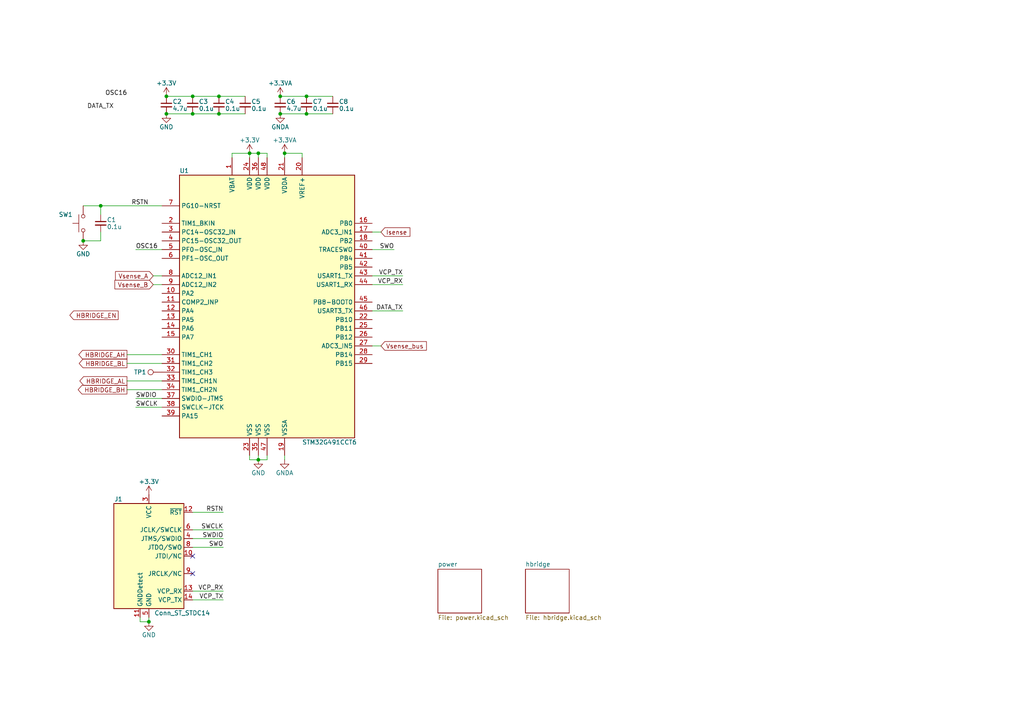
<source format=kicad_sch>
(kicad_sch (version 20250114) (generator "eeschema") (generator_version "9.0")
  (paper "A4")
  (title_block (date "2026-01-01") (rev "0.1") (company "D. Watman"))
  (lib_symbols
    (symbol "Connector:Conn_ST_STDC14"
      (property "Reference" "J" (at -8.89 16.51 0))
      (property "Value" "Conn_ST_STDC14" (at 17.78 16.51 0))
      (symbol "Conn_ST_STDC14_0_1"
        (rectangle (start -10.16 15.24) (end 10.16 -15.24) (stroke (width 0.254)) (fill (type background)))
      )
      (symbol "Conn_ST_STDC14_1_1"
        (pin no_connect line (at -10.16 5.08 0) (length 2.54) (hide yes) (name "NC") (number "1"))
        (pin no_connect line (at -10.16 2.54 0) (length 2.54) (hide yes) (name "NC") (number "2"))
        (pin passive line (at -2.54 -17.78 90) (length 2.54) (name "GNDDetect") (number "11"))
        (pin power_in line (at 0 17.78 270) (length 2.54) (name "VCC") (number "3"))
        (pin power_in line (at 0 -17.78 90) (length 2.54) (name "GND") (number "5"))
        (pin passive line (at 0 -17.78 90) (length 2.54) (hide yes) (name "GND") (number "7"))
        (pin open_collector line (at 12.7 12.7 180) (length 2.54) (name "~{RST}") (number "12"))
        (pin output line (at 12.7 7.62 180) (length 2.54) (name "JCLK/SWCLK") (number "6"))
        (pin bidirectional line (at 12.7 5.08 180) (length 2.54) (name "JTMS/SWDIO") (number "4"))
        (pin input line (at 12.7 2.54 180) (length 2.54) (name "JTDO/SWO") (number "8"))
        (pin output line (at 12.7 0 180) (length 2.54) (name "JTDI/NC") (number "10"))
        (pin input line (at 12.7 -5.08 180) (length 2.54) (name "JRCLK/NC") (number "9"))
        (pin output line (at 12.7 -10.16 180) (length 2.54) (name "VCP_RX") (number "13"))
        (pin input line (at 12.7 -12.7 180) (length 2.54) (name "VCP_TX") (number "14"))
      )
    )
    (symbol "Connector:TestPoint" (pin_numbers (hide yes)) (pin_names (offset 0.762) (hide yes))
      (property "Reference" "TP" (at 0 6.858 0))
      (property "Value" "TestPoint" (at 0 5.08 0))
      (symbol "TestPoint_0_1"
        (circle (center 0 3.302) (radius 0.762))
      )
      (symbol "TestPoint_1_1"
        (pin passive line (at 0 0 90) (length 2.54) (name "1") (number "1"))
      )
    )
    (symbol "DWlib:STM32G491CCT6"
      (property "Reference" "U" (at -25.4 40.64 0))
      (property "Value" "STM32G491CCT6" (at 10.16 -39.37 0))
      (symbol "STM32G491CCT6_1_1"
        (rectangle (start -25.4 38.1) (end 25.4 -38.1) (stroke (width 0.254)) (fill (type background)))
        (pin input line (at -30.48 29.21 0) (length 5.08) (name "PG10-NRST") (number "7"))
        (pin bidirectional line (at -30.48 24.13 0) (length 5.08) (name "PC13") (number "2") (alternate "TIM1_BKIN" input line) (alternate "TIM1_CH1N" bidirectional line))
        (pin bidirectional line (at -30.48 21.59 0) (length 5.08) (name "PC14-OSC32_IN") (number "3"))
        (pin bidirectional line (at -30.48 19.05 0) (length 5.08) (name "PC15-OSC32_OUT") (number "4"))
        (pin bidirectional line (at -30.48 16.51 0) (length 5.08) (name "PF0-OSC_IN") (number "5"))
        (pin bidirectional line (at -30.48 13.97 0) (length 5.08) (name "PF1-OSC_OUT") (number "6"))
        (pin bidirectional line (at -30.48 8.89 0) (length 5.08) (name "PA0") (number "8") (alternate "ADC12_IN1" input line))
        (pin bidirectional line (at -30.48 6.35 0) (length 5.08) (name "PA1") (number "9") (alternate "ADC12_IN2" input line))
        (pin bidirectional line (at -30.48 3.81 0) (length 5.08) (name "PA2") (number "10"))
        (pin bidirectional line (at -30.48 1.27 0) (length 5.08) (name "PA3") (number "11") (alternate "COMP2_INP" input line))
        (pin bidirectional line (at -30.48 -1.27 0) (length 5.08) (name "PA4") (number "12"))
        (pin bidirectional line (at -30.48 -3.81 0) (length 5.08) (name "PA5") (number "13"))
        (pin bidirectional line (at -30.48 -6.35 0) (length 5.08) (name "PA6") (number "14") (alternate "TIM1_BKIN" input line))
        (pin bidirectional line (at -30.48 -8.89 0) (length 5.08) (name "PA7") (number "15") (alternate "COMP2_INP" input line) (alternate "TIM1_CH1N" bidirectional line))
        (pin bidirectional line (at -30.48 -13.97 0) (length 5.08) (name "PA8") (number "30") (alternate "TIM1_CH1" bidirectional line))
        (pin bidirectional line (at -30.48 -16.51 0) (length 5.08) (name "PA9") (number "31") (alternate "TIM1_CH2" bidirectional line) (alternate "USART1_TX" output line))
        (pin bidirectional line (at -30.48 -19.05 0) (length 5.08) (name "PA10") (number "32") (alternate "TIM1_CH3" bidirectional line) (alternate "USART1_RX" input line))
        (pin bidirectional line (at -30.48 -21.59 0) (length 5.08) (name "PA11") (number "33") (alternate "TIM1_CH1N" bidirectional line))
        (pin bidirectional line (at -30.48 -24.13 0) (length 5.08) (name "PA12") (number "34") (alternate "TIM1_CH2N" bidirectional line))
        (pin bidirectional line (at -30.48 -26.67 0) (length 5.08) (name "PA13") (number "37") (alternate "SWDIO-JTMS" bidirectional line))
        (pin bidirectional line (at -30.48 -29.21 0) (length 5.08) (name "PA14") (number "38") (alternate "SWCLK-JTCK" input line) (alternate "TIM1_BKIN" input line))
        (pin bidirectional line (at -30.48 -31.75 0) (length 5.08) (name "PA15") (number "39") (alternate "TIM1_BKIN" input line))
        (pin power_in line (at -10.16 43.18 270) (length 5.08) (name "VBAT") (number "1"))
        (pin power_in line (at -5.08 43.18 270) (length 5.08) (name "VDD") (number "24"))
        (pin power_in line (at -5.08 -43.18 90) (length 5.08) (name "VSS") (number "23"))
        (pin power_in line (at -2.54 43.18 270) (length 5.08) (name "VDD") (number "36"))
        (pin power_in line (at -2.54 -43.18 90) (length 5.08) (name "VSS") (number "35"))
        (pin power_in line (at 0 43.18 270) (length 5.08) (name "VDD") (number "48"))
        (pin power_in line (at 0 -43.18 90) (length 5.08) (name "VSS") (number "47"))
        (pin power_in line (at 5.08 43.18 270) (length 5.08) (name "VDDA") (number "21"))
        (pin power_in line (at 5.08 -43.18 90) (length 5.08) (name "VSSA") (number "19"))
        (pin power_in line (at 10.16 43.18 270) (length 5.08) (name "VREF+") (number "20"))
        (pin bidirectional line (at 30.48 24.13 180) (length 5.08) (name "PB0") (number "16") (alternate "TIM1_CH2N" bidirectional line))
        (pin bidirectional line (at 30.48 21.59 180) (length 5.08) (name "PB1") (number "17") (alternate "ADC3_IN1" input line))
        (pin bidirectional line (at 30.48 19.05 180) (length 5.08) (name "PB2") (number "18"))
        (pin bidirectional line (at 30.48 16.51 180) (length 5.08) (name "PB3") (number "40") (alternate "TRACESWO" output line))
        (pin bidirectional line (at 30.48 13.97 180) (length 5.08) (name "PB4") (number "41"))
        (pin bidirectional line (at 30.48 11.43 180) (length 5.08) (name "PB5") (number "42"))
        (pin bidirectional line (at 30.48 8.89 180) (length 5.08) (name "PB6") (number "43") (alternate "USART1_TX" output line))
        (pin bidirectional line (at 30.48 6.35 180) (length 5.08) (name "PB7") (number "44") (alternate "USART1_RX" input line))
        (pin bidirectional line (at 30.48 1.27 180) (length 5.08) (name "PB8-BOOT0") (number "45") (alternate "TIM1_BKIN" input line))
        (pin bidirectional line (at 30.48 -1.27 180) (length 5.08) (name "PB9") (number "46") (alternate "USART3_TX" output line))
        (pin bidirectional line (at 30.48 -3.81 180) (length 5.08) (name "PB10") (number "22") (alternate "TIM1_BKIN" input line) (alternate "USART3_TX" output line))
        (pin bidirectional line (at 30.48 -6.35 180) (length 5.08) (name "PB11") (number "25"))
        (pin bidirectional line (at 30.48 -8.89 180) (length 5.08) (name "PB12") (number "26") (alternate "TIM1_BKIN" input line))
        (pin bidirectional line (at 30.48 -11.43 180) (length 5.08) (name "PB13") (number "27") (alternate "ADC3_IN5" input line) (alternate "TIM1_CH1N" bidirectional line))
        (pin bidirectional line (at 30.48 -13.97 180) (length 5.08) (name "PB14") (number "28") (alternate "TIM1_CH2N" bidirectional line))
        (pin bidirectional line (at 30.48 -16.51 180) (length 5.08) (name "PB15") (number "29"))
      )
    )
    (symbol "Device:C_Small" (pin_numbers (hide yes)) (pin_names (offset 0.254) (hide yes))
      (property "Reference" "C" (at 0.254 1.778 0))
      (property "Value" "C_Small" (at 0.254 -2.032 0))
      (symbol "C_Small_0_1"
        (polyline (pts (xy -1.524 0.508) (xy 1.524 0.508)) (stroke (width 0.3048)))
        (polyline (pts (xy -1.524 -0.508) (xy 1.524 -0.508)) (stroke (width 0.3302)))
      )
      (symbol "C_Small_1_1"
        (pin passive line (at 0 2.54 270) (length 2.032) (name "~") (number "1"))
        (pin passive line (at 0 -2.54 90) (length 2.032) (name "~") (number "2"))
      )
    )
    (symbol "Switch:SW_Push" (pin_numbers (hide yes)) (pin_names (offset 1.016) (hide yes))
      (property "Reference" "SW" (at 1.27 2.54 0))
      (property "Value" "SW_Push" (at 0 -1.524 0))
      (symbol "SW_Push_0_1"
        (circle (center -2.032 0) (radius 0.508))
        (polyline (pts (xy 0 1.27) (xy 0 3.048)))
        (circle (center 2.032 0) (radius 0.508))
        (polyline (pts (xy 2.54 1.27) (xy -2.54 1.27)))
        (pin passive line (at -5.08 0 0) (length 2.54) (name "1") (number "1"))
        (pin passive line (at 5.08 0 180) (length 2.54) (name "2") (number "2"))
      )
    )
    (symbol "power:+3.3V" (power) (pin_numbers (hide yes)) (pin_names (offset 0) (hide yes))
      (property "Value" "+3.3V" (at 0 3.556 0))
      (symbol "+3.3V_0_1"
        (polyline (pts (xy -0.762 1.27) (xy 0 2.54)))
        (polyline (pts (xy 0 2.54) (xy 0.762 1.27)))
        (polyline (pts (xy 0 0) (xy 0 2.54)))
      )
      (symbol "+3.3V_1_1"
        (pin power_in line (at 0 0 90) (length 0) (name "~") (number "1"))
      )
    )
    (symbol "power:+3.3VA" (power) (pin_numbers (hide yes)) (pin_names (offset 0) (hide yes))
      (property "Value" "+3.3VA" (at 0 3.556 0))
      (symbol "+3.3VA_0_1"
        (polyline (pts (xy -0.762 1.27) (xy 0 2.54)))
        (polyline (pts (xy 0 2.54) (xy 0.762 1.27)))
        (polyline (pts (xy 0 0) (xy 0 2.54)))
      )
      (symbol "+3.3VA_1_1"
        (pin power_in line (at 0 0 90) (length 0) (name "~") (number "1"))
      )
    )
    (symbol "power:GND" (power) (pin_numbers (hide yes)) (pin_names (offset 0) (hide yes))
      (property "Value" "GND" (at 0 -3.81 0))
      (symbol "GND_0_1"
        (polyline (pts (xy 0 0) (xy 0 -1.27) (xy 1.27 -1.27) (xy 0 -2.54) (xy -1.27 -1.27) (xy 0 -1.27)))
      )
      (symbol "GND_1_1"
        (pin power_in line (at 0 0 270) (length 0) (name "~") (number "1"))
      )
    )
    (symbol "power:GNDA" (power) (pin_numbers (hide yes)) (pin_names (offset 0) (hide yes))
      (property "Value" "GNDA" (at 0 -3.81 0))
      (symbol "GNDA_0_1"
        (polyline (pts (xy 0 0) (xy 0 -1.27) (xy 1.27 -1.27) (xy 0 -2.54) (xy -1.27 -1.27) (xy 0 -1.27)))
      )
      (symbol "GNDA_1_1"
        (pin power_in line (at 0 0 270) (length 0) (name "~") (number "1"))
      )
    )
  )
  (junction (at 24.13 69.85))
  (junction (at 72.39 44.45))
  (junction (at 55.88 27.94))
  (junction (at 29.21 59.69))
  (junction (at 88.9 27.94))
  (junction (at 48.26 27.94))
  (junction (at 74.93 133.35))
  (junction (at 81.28 27.94))
  (junction (at 82.55 44.45))
  (junction (at 55.88 33.02))
  (junction (at 43.18 180.34))
  (junction (at 74.93 44.45))
  (junction (at 63.5 27.94))
  (junction (at 81.28 33.02))
  (junction (at 63.5 33.02))
  (junction (at 88.9 33.02))
  (junction (at 48.26 33.02))
  (no_connect (at 55.88 161.29))
  (no_connect (at 55.88 166.37))
  (wire (pts (xy 55.88 148.59) (xy 64.77 148.59)))
  (wire (pts (xy 81.28 33.02) (xy 88.9 33.02)))
  (wire (pts (xy 107.95 72.39) (xy 114.3 72.39)))
  (wire (pts (xy 44.45 82.55) (xy 46.99 82.55)))
  (wire (pts (xy 77.47 44.45) (xy 74.93 44.45)))
  (wire (pts (xy 82.55 132.08) (xy 82.55 133.35)))
  (wire (pts (xy 24.13 59.69) (xy 29.21 59.69)))
  (wire (pts (xy 67.31 44.45) (xy 72.39 44.45)))
  (wire (pts (xy 77.47 45.72) (xy 77.47 44.45)))
  (wire (pts (xy 29.21 59.69) (xy 46.99 59.69)))
  (wire (pts (xy 48.26 33.02) (xy 55.88 33.02)))
  (wire (pts (xy 29.21 59.69) (xy 29.21 62.23)))
  (wire (pts (xy 88.9 27.94) (xy 96.52 27.94)))
  (wire (pts (xy 55.88 171.45) (xy 64.77 171.45)))
  (wire (pts (xy 87.63 44.45) (xy 82.55 44.45)))
  (wire (pts (xy 48.26 27.94) (xy 55.88 27.94)))
  (wire (pts (xy 107.95 90.17) (xy 116.84 90.17)))
  (wire (pts (xy 107.95 82.55) (xy 116.84 82.55)))
  (wire (pts (xy 55.88 156.21) (xy 64.77 156.21)))
  (wire (pts (xy 29.21 67.31) (xy 29.21 69.85)))
  (wire (pts (xy 29.21 69.85) (xy 24.13 69.85)))
  (wire (pts (xy 88.9 33.02) (xy 96.52 33.02)))
  (wire (pts (xy 43.18 180.34) (xy 43.18 179.07)))
  (wire (pts (xy 36.83 105.41) (xy 46.99 105.41)))
  (wire (pts (xy 107.95 100.33) (xy 110.49 100.33)))
  (wire (pts (xy 55.88 27.94) (xy 63.5 27.94)))
  (wire (pts (xy 40.64 180.34) (xy 43.18 180.34)))
  (wire (pts (xy 36.83 110.49) (xy 46.99 110.49)))
  (wire (pts (xy 81.28 27.94) (xy 88.9 27.94)))
  (wire (pts (xy 39.37 72.39) (xy 46.99 72.39)))
  (wire (pts (xy 55.88 153.67) (xy 64.77 153.67)))
  (wire (pts (xy 44.45 80.01) (xy 46.99 80.01)))
  (wire (pts (xy 72.39 133.35) (xy 74.93 133.35)))
  (wire (pts (xy 77.47 133.35) (xy 77.47 132.08)))
  (wire (pts (xy 67.31 45.72) (xy 67.31 44.45)))
  (wire (pts (xy 55.88 158.75) (xy 64.77 158.75)))
  (wire (pts (xy 72.39 44.45) (xy 72.39 45.72)))
  (wire (pts (xy 107.95 80.01) (xy 116.84 80.01)))
  (wire (pts (xy 40.64 179.07) (xy 40.64 180.34)))
  (wire (pts (xy 55.88 33.02) (xy 63.5 33.02)))
  (wire (pts (xy 36.83 113.03) (xy 46.99 113.03)))
  (wire (pts (xy 39.37 115.57) (xy 46.99 115.57)))
  (wire (pts (xy 36.83 102.87) (xy 46.99 102.87)))
  (wire (pts (xy 72.39 132.08) (xy 72.39 133.35)))
  (wire (pts (xy 87.63 45.72) (xy 87.63 44.45)))
  (wire (pts (xy 74.93 44.45) (xy 74.93 45.72)))
  (wire (pts (xy 63.5 33.02) (xy 71.12 33.02)))
  (wire (pts (xy 82.55 44.45) (xy 82.55 45.72)))
  (wire (pts (xy 74.93 132.08) (xy 74.93 133.35)))
  (wire (pts (xy 74.93 44.45) (xy 72.39 44.45)))
  (wire (pts (xy 74.93 133.35) (xy 77.47 133.35)))
  (wire (pts (xy 55.88 173.99) (xy 64.77 173.99)))
  (wire (pts (xy 63.5 27.94) (xy 71.12 27.94)))
  (wire (pts (xy 39.37 118.11) (xy 46.99 118.11)))
  (wire (pts (xy 107.95 67.31) (xy 110.49 67.31)))
  (label "VCP_RX" (at 116.84 82.55 180))
  (label "SWO" (at 114.3 72.39 180))
  (label "VCP_TX" (at 64.77 173.99 180))
  (label "DATA_TX" (at 116.84 90.17 180))
  (label "DATA_TX" (at 33.02 31.75 180))
  (label "VCP_RX" (at 64.77 171.45 180))
  (label "RSTN" (at 64.77 148.59 180))
  (label "VCP_TX" (at 116.84 80.01 180))
  (label "SWCLK" (at 64.77 153.67 180))
  (label "RSTN" (at 38.1 59.69 0) (effects (font (thickness 0.1588))))
  (label "OSC16" (at 30.48 27.94 0) (effects (font (thickness 0.1588))))
  (label "OSC16" (at 39.37 72.39 0) (effects (font (thickness 0.1588))))
  (label "SWDIO" (at 39.37 115.57 0))
  (label "SWO" (at 64.77 158.75 180))
  (label "SWDIO" (at 64.77 156.21 180))
  (label "SWCLK" (at 39.37 118.11 0))
  (global_label "HBRIDGE_BH" (shape output) (at 36.83 113.03 180) (property "Intersheetrefs" "${INTERSHEET_REFS}" (at 22.1124 113.03 0) (effects (justify right))))
  (global_label "HBRIDGE_AL" (shape output) (at 36.83 110.49 180) (property "Intersheetrefs" "${INTERSHEET_REFS}" (at 22.5962 110.49 0) (effects (justify right))))
  (global_label "HBRIDGE_BL" (shape output) (at 36.83 105.41 180) (property "Intersheetrefs" "${INTERSHEET_REFS}" (at 22.4148 105.41 0) (effects (justify right))))
  (global_label "Vsense_B" (shape input) (at 44.45 82.55 180) (property "Intersheetrefs" "${INTERSHEET_REFS}" (at 32.7562 82.55 0) (effects (justify right))))
  (global_label "Isense" (shape input) (at 110.49 67.31 0) (property "Intersheetrefs" "${INTERSHEET_REFS}" (at 119.4624 67.31 0) (effects (justify left))))
  (global_label "Vsense_A" (shape input) (at 44.45 80.01 180) (property "Intersheetrefs" "${INTERSHEET_REFS}" (at 32.9376 80.01 0) (effects (justify right))))
  (global_label "Vsense_bus" (shape input) (at 110.49 100.33 0) (property "Intersheetrefs" "${INTERSHEET_REFS}" (at 124.2399 100.33 0) (effects (justify left))))
  (global_label "HBRIDGE_EN" (shape output) (at 34.29 91.44 180) (property "Intersheetrefs" "${INTERSHEET_REFS}" (at 19.6934 91.44 0) (effects (justify right))))
  (global_label "HBRIDGE_AH" (shape output) (at 36.83 102.87 180) (property "Intersheetrefs" "${INTERSHEET_REFS}" (at 22.2938 102.87 0) (effects (justify right))))
  (symbol (lib_id "Device:C_Small") (at 96.52 30.48 0) (unit 1)
    (property "Reference" "C8" (at 98.298 29.464 0) (effects (justify left)))
    (property "Value" "0.1u" (at 98.298 31.496 0) (effects (justify left)))
    (property "Footprint" "Capacitor_SMD:C_0402_1005Metric" (effects (hide yes)))
    (property "Description" "Unpolarized capacitor, small symbol" (effects (hide yes)))
  )
  (symbol (lib_id "power:GND") (at 74.93 133.35 0) (unit 1)
    (property "Reference" "#PWR07" (effects (hide yes)))
    (property "Value" "GND" (at 74.93 137.16 0))
    (property "Description" "Power symbol creates a global label with name \"GND\" , ground" (effects (hide yes)))
  )
  (symbol (lib_id "power:+3.3V") (at 48.26 27.94 0) (unit 1)
    (property "Reference" "#PWR04" (effects (hide yes)))
    (property "Value" "+3.3V" (at 48.26 24.13 0))
    (property "Description" "Power symbol creates a global label with name \"+3.3V\"" (effects (hide yes)))
  )
  (symbol (lib_id "Switch:SW_Push") (at 24.13 64.77 90) (unit 1)
    (property "Reference" "SW1" (at 19.05 62.23 90))
    (property "Value" "TL3305" (effects (hide yes)))
    (property "Footprint" "DWlib:SW_Push_1P1T_NO_E-Switch_TL3305AFxxxQG" (effects (hide yes)))
    (property "Description" "Push button switch, generic, two pins" (effects (hide yes)))
    (property "MPN" "TL3305BF100QG" (effects (hide yes)))
    (property "Mouser PN" "612-TL3305BF100QG" (effects (hide yes)))
  )
  (symbol (lib_id "power:GND") (at 24.13 69.85 0) (unit 1)
    (property "Reference" "#PWR01" (effects (hide yes)))
    (property "Value" "GND" (at 24.13 73.66 0))
    (property "Description" "Power symbol creates a global label with name \"GND\" , ground" (effects (hide yes)))
  )
  (symbol (lib_id "Device:C_Small") (at 48.26 30.48 0) (unit 1)
    (property "Reference" "C2" (at 50.038 29.464 0) (effects (justify left)))
    (property "Value" "4.7u" (at 50.038 31.496 0) (effects (justify left)))
    (property "Footprint" "Capacitor_SMD:C_0603_1608Metric" (effects (hide yes)))
    (property "Description" "Unpolarized capacitor, small symbol" (effects (hide yes)))
  )
  (symbol (lib_id "power:GNDA") (at 81.28 33.02 0) (unit 1)
    (property "Reference" "#PWR09" (effects (hide yes)))
    (property "Value" "GNDA" (at 81.28 36.83 0))
    (property "Description" "Power symbol creates a global label with name \"GNDA\" , analog ground" (effects (hide yes)))
  )
  (symbol (lib_id "power:GND") (at 43.18 180.34 0) (unit 1)
    (property "Reference" "#PWR03" (effects (hide yes)))
    (property "Value" "GND" (at 43.18 184.15 0))
    (property "Description" "Power symbol creates a global label with name \"GND\" , ground" (effects (hide yes)))
  )
  (symbol (lib_id "Device:C_Small") (at 55.88 30.48 0) (unit 1)
    (property "Reference" "C3" (at 57.658 29.464 0) (effects (justify left)))
    (property "Value" "0.1u" (at 57.658 31.496 0) (effects (justify left)))
    (property "Footprint" "Capacitor_SMD:C_0402_1005Metric" (effects (hide yes)))
    (property "Description" "Unpolarized capacitor, small symbol" (effects (hide yes)))
  )
  (symbol (lib_id "power:GND") (at 48.26 33.02 0) (unit 1)
    (property "Reference" "#PWR05" (effects (hide yes)))
    (property "Value" "GND" (at 48.26 36.83 0))
    (property "Description" "Power symbol creates a global label with name \"GND\" , ground" (effects (hide yes)))
  )
  (symbol (lib_id "Device:C_Small") (at 88.9 30.48 0) (unit 1)
    (property "Reference" "C7" (at 90.678 29.464 0) (effects (justify left)))
    (property "Value" "0.1u" (at 90.678 31.496 0) (effects (justify left)))
    (property "Footprint" "Capacitor_SMD:C_0402_1005Metric" (effects (hide yes)))
    (property "Description" "Unpolarized capacitor, small symbol" (effects (hide yes)))
  )
  (symbol (lib_id "power:+3.3VA") (at 81.28 27.94 0) (unit 1)
    (property "Reference" "#PWR08" (effects (hide yes)))
    (property "Value" "+3.3VA" (at 81.28 24.13 0))
    (property "Description" "Power symbol creates a global label with name \"+3.3VA\"" (effects (hide yes)))
  )
  (symbol (lib_id "power:+3.3V") (at 72.39 44.45 0) (unit 1)
    (property "Reference" "#PWR06" (effects (hide yes)))
    (property "Value" "+3.3V" (at 72.39 40.64 0))
    (property "Description" "Power symbol creates a global label with name \"+3.3V\"" (effects (hide yes)))
  )
  (symbol (lib_id "power:+3.3VA") (at 82.55 44.45 0) (unit 1)
    (property "Reference" "#PWR010" (effects (hide yes)))
    (property "Value" "+3.3VA" (at 82.55 40.64 0))
    (property "Description" "Power symbol creates a global label with name \"+3.3VA\"" (effects (hide yes)))
  )
  (symbol (lib_id "Device:C_Small") (at 71.12 30.48 0) (unit 1)
    (property "Reference" "C5" (at 72.898 29.464 0) (effects (justify left)))
    (property "Value" "0.1u" (at 72.898 31.496 0) (effects (justify left)))
    (property "Footprint" "Capacitor_SMD:C_0402_1005Metric" (effects (hide yes)))
    (property "Description" "Unpolarized capacitor, small symbol" (effects (hide yes)))
  )
  (symbol (lib_id "Device:C_Small") (at 63.5 30.48 0) (unit 1)
    (property "Reference" "C4" (at 65.278 29.464 0) (effects (justify left)))
    (property "Value" "0.1u" (at 65.278 31.496 0) (effects (justify left)))
    (property "Footprint" "Capacitor_SMD:C_0402_1005Metric" (effects (hide yes)))
    (property "Description" "Unpolarized capacitor, small symbol" (effects (hide yes)))
  )
  (symbol (lib_id "Device:C_Small") (at 81.28 30.48 0) (unit 1)
    (property "Reference" "C6" (at 83.058 29.464 0) (effects (justify left)))
    (property "Value" "4.7u" (at 83.058 31.496 0) (effects (justify left)))
    (property "Footprint" "Capacitor_SMD:C_0603_1608Metric" (effects (hide yes)))
    (property "Description" "Unpolarized capacitor, small symbol" (effects (hide yes)))
  )
  (symbol (lib_id "Connector:TestPoint") (at 46.99 107.95 90) (unit 1)
    (property "Reference" "TP1" (at 40.64 107.95 90))
    (property "Value" "TestPoint" (effects (hide yes)))
    (property "Footprint" "Connector_PinHeader_1.00mm:PinHeader_1x01_P1.00mm_Vertical" (effects (hide yes)))
    (property "Description" "test point" (effects (hide yes)))
  )
  (symbol (lib_id "DWlib:STM32G491CCT6") (at 77.47 88.9 0) (unit 1)
    (property "Reference" "U1" (at 52.07 49.53 0) (effects (justify left)))
    (property "Value" "STM32G491CCT6" (at 87.63 128.27 0) (effects (justify left)))
    (property "Footprint" "Package_QFP:LQFP-48_7x7mm_P0.5mm" (effects (hide yes)))
    (property "Datasheet" "https://www.st.com/resource/en/datasheet/stm32g491cc.pdf" (effects (hide yes)))
    (property "Description" "Arm Cortex-M4 32-bit MCU+FPU, 170 MHz / 213 DMIPS, up to 512 KB Flash, 112 KB SRAM, rich analog, math accelerator" (effects (hide yes)))
    (property "MPN" "STM32G491CCT6" (effects (hide yes)))
    (property "Mouser PN" "511-STM32G491CCT6" (effects (hide yes)))
    (pin "32" (alternate "TIM1_CH3"))
    (pin "44" (alternate "USART1_RX"))
    (pin "33" (alternate "TIM1_CH1N"))
    (pin "46" (alternate "USART3_TX"))
    (pin "43" (alternate "USART1_TX"))
    (pin "34" (alternate "TIM1_CH2N"))
    (pin "8" (alternate "ADC12_IN1"))
    (pin "17" (alternate "ADC3_IN1"))
    (pin "30" (alternate "TIM1_CH1"))
    (pin "9" (alternate "ADC12_IN2"))
    (pin "2" (alternate "TIM1_BKIN"))
    (pin "31" (alternate "TIM1_CH2"))
    (pin "27" (alternate "ADC3_IN5"))
    (pin "37" (alternate "SWDIO-JTMS"))
    (pin "11" (alternate "COMP2_INP"))
    (pin "40" (alternate "TRACESWO"))
    (pin "38" (alternate "SWCLK-JTCK"))
  )
  (symbol (lib_id "power:GNDA") (at 82.55 133.35 0) (unit 1)
    (property "Reference" "#PWR011" (effects (hide yes)))
    (property "Value" "GNDA" (at 82.55 137.16 0))
    (property "Description" "Power symbol creates a global label with name \"GNDA\" , analog ground" (effects (hide yes)))
  )
  (symbol (lib_id "Connector:Conn_ST_STDC14") (at 43.18 161.29 0) (unit 1)
    (property "Reference" "J1" (at 35.56 144.78 0) (effects (justify right)))
    (property "Value" "Conn_ST_STDC14" (at 60.96 177.8 0) (effects (justify right)))
    (property "Footprint" "Connector_PinHeader_1.27mm:PinHeader_2x07_P1.27mm_Vertical_SMD" (effects (hide yes)))
    (property "Datasheet" "https://www.st.com/content/ccc/resource/technical/document/user_manual/group1/99/49/91/b6/b2/3a/46/e5/DM00526767/files/DM00526767.pdf/jcr:content/translations/en.DM00526767.pdf" (effects (hide yes)))
    (property "Description" "ST Debug Connector, standard ARM Cortex-M SWD and JTAG interface plus UART" (effects (hide yes)))
    (property "MPN" "20021121-00014T1LF" (effects (hide yes)))
  )
  (symbol (lib_id "power:+3.3V") (at 43.18 143.51 0) (unit 1)
    (property "Reference" "#PWR02" (effects (hide yes)))
    (property "Value" "+3.3V" (at 43.18 139.7 0))
    (property "Description" "Power symbol creates a global label with name \"+3.3V\"" (effects (hide yes)))
  )
  (symbol (lib_id "Device:C_Small") (at 29.21 64.77 0) (unit 1)
    (property "Reference" "C1" (at 30.988 63.754 0) (effects (justify left)))
    (property "Value" "0.1u" (at 30.988 65.786 0) (effects (justify left)))
    (property "Footprint" "Capacitor_SMD:C_0402_1005Metric" (effects (hide yes)))
    (property "Description" "Unpolarized capacitor, small symbol" (effects (hide yes)))
  )
  (sheet (at 127 165.1) (size 12.7 12.7) (stroke (width 0.1524))
    (property "Sheetname" "power" (at 127 164.3884 0) (effects (justify left bottom)))
    (property "Sheetfile" "power.kicad_sch" (at 127 178.3846 0) (effects (justify left top)))
  )
  (sheet (at 152.4 165.1) (size 12.7 12.7) (stroke (width 0.1524))
    (property "Sheetname" "hbridge" (at 152.4 164.3884 0) (effects (justify left bottom)))
    (property "Sheetfile" "hbridge.kicad_sch" (at 152.4 178.3846 0) (effects (justify left top)))
  )
)
</source>
